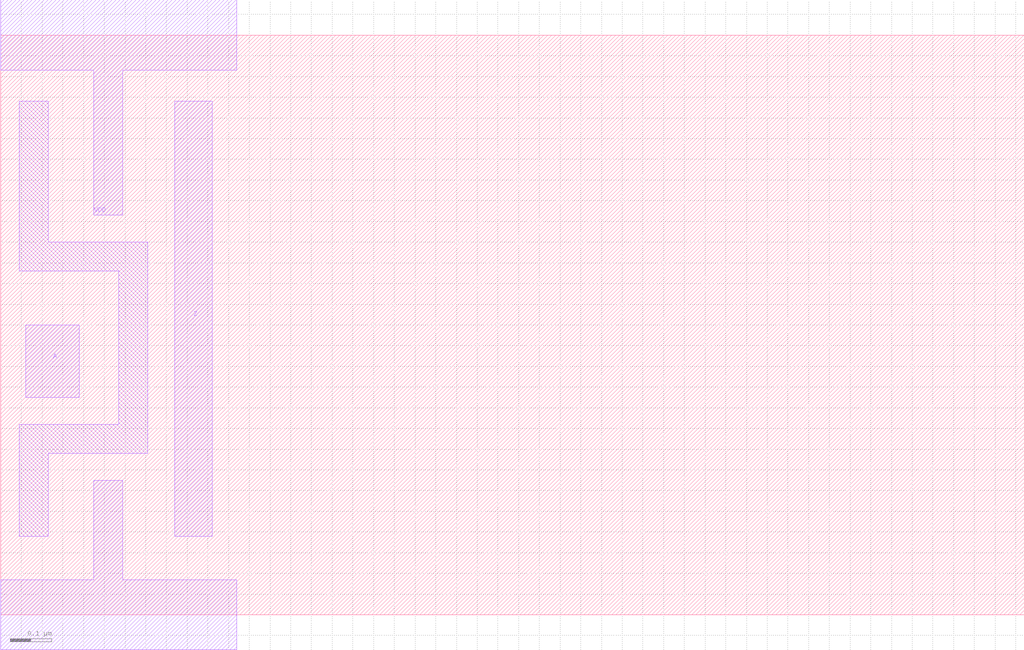
<source format=lef>
VERSION 5.6 ;
BUSBITCHARS "[]" ;
DIVIDERCHAR "/" ;

UNITS
  DATABASE MICRONS 2000 ;
END UNITS

MACRO BLOCK1
  CLASS BLOCK ;
  ORIGIN 0 0 ;
  SYMMETRY X Y ;
  SIZE 2.47 BY 1.4 ;
  PIN A
    DIRECTION INPUT ;
    PORT
      LAYER metal1 ;
        POLYGON 0.06 0.525 0.19 0.525 0.19 0.7 0.06 0.7  ;
    END
  END A
  PIN Z
    DIRECTION OUTPUT ;
    PORT
      LAYER metal1 ;
        POLYGON 0.42 0.19 0.51 0.19 0.51 1.24 0.42 1.24  ;
    END
  END Z
  PIN VDD
    DIRECTION INOUT ;
    USE power ;
    SHAPE ABUTMENT ;
    PORT
      LAYER metal1 ;
        POLYGON 0 1.315 0.225 1.315 0.225 0.965 0.295 0.965 0.295 1.315 0.355 1.315 0.57 1.315 0.57 1.485 0.355 1.485 0 1.485  ;
    END
  END VDD
  PIN VSS
    DIRECTION INOUT ;
    USE ground ;
    SHAPE ABUTMENT ;
    PORT
      LAYER metal1 ;
        POLYGON 0 -0.085 0.57 -0.085 0.57 0.085 0.295 0.085 0.295 0.325 0.225 0.325 0.225 0.085 0 0.085  ;
    END
  END VSS
  OBS
      LAYER metal1 ;
        POLYGON 0.045 0.83 0.285 0.83 0.285 0.46 0.045 0.46 0.045 0.19 0.115 0.19 0.115 0.39 0.355 0.39 0.355 0.9 0.115 0.9 0.115 1.24 0.045 1.24  ;
  END
END BLOCK1

</source>
